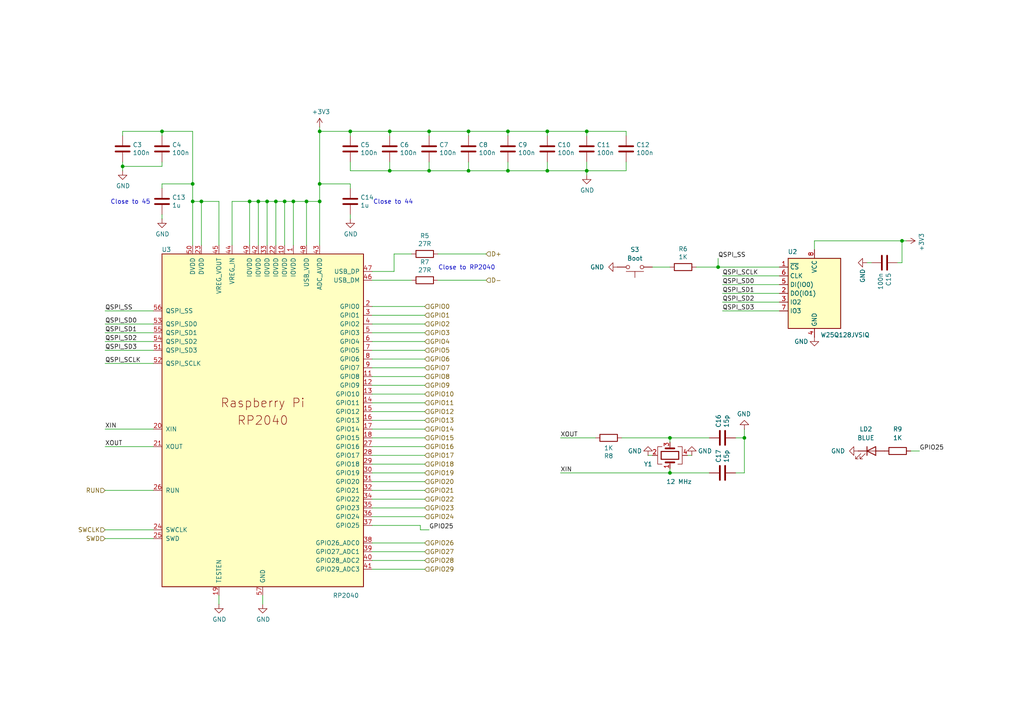
<source format=kicad_sch>
(kicad_sch (version 20250114) (generator "eeschema") (generator_version "9.0")
  (paper "A4")
  (title_block (title "Protea") (date "2025-04-03") (rev "2.04") (company "Mikhail Matveev") (comment 1 "https://github.com/xtremespb/frank"))
  (lib_symbols
    (symbol "+3V3_1" (power) (pin_numbers (hide yes)) (pin_names (offset 0) (hide yes))
      (property "Value" "+3V3" (at 0 3.556 0))
      (symbol "+3V3_1_0_1"
        (polyline (pts (xy -0.762 1.27) (xy 0 2.54)))
        (polyline (pts (xy 0 2.54) (xy 0.762 1.27)))
        (polyline (pts (xy 0 0) (xy 0 2.54)))
      )
      (symbol "+3V3_1_1_1"
        (pin power_in line (at 0 0 90) (length 0) (name "~") (number "1"))
      )
    )
    (symbol "Device:C" (pin_numbers (hide yes)) (pin_names (offset 0.254))
      (property "Reference" "C" (at 0.635 2.54 0))
      (property "Value" "C" (at 0.635 -2.54 0))
      (symbol "C_0_1"
        (polyline (pts (xy -2.032 0.762) (xy 2.032 0.762)) (stroke (width 0.508)))
        (polyline (pts (xy -2.032 -0.762) (xy 2.032 -0.762)) (stroke (width 0.508)))
      )
      (symbol "C_1_1"
        (pin passive line (at 0 3.81 270) (length 2.794) (name "~") (number "1"))
        (pin passive line (at 0 -3.81 90) (length 2.794) (name "~") (number "2"))
      )
    )
    (symbol "Device:Crystal_GND24" (pin_names (offset 1.016) (hide yes))
      (property "Reference" "Y" (at 3.175 5.08 0))
      (property "Value" "Crystal_GND24" (at 3.175 3.175 0))
      (symbol "Crystal_GND24_0_1"
        (polyline (pts (xy -2.54 2.286) (xy -2.54 3.556) (xy 2.54 3.556) (xy 2.54 2.286)))
        (polyline (pts (xy -2.54 0) (xy -2.032 0)))
        (polyline (pts (xy -2.54 -2.286) (xy -2.54 -3.556) (xy 2.54 -3.556) (xy 2.54 -2.286)))
        (polyline (pts (xy -2.032 -1.27) (xy -2.032 1.27)) (stroke (width 0.508)))
        (rectangle (start -1.143 2.54) (end 1.143 -2.54) (stroke (width 0.3048)))
        (polyline (pts (xy 0 3.556) (xy 0 3.81)))
        (polyline (pts (xy 0 -3.81) (xy 0 -3.556)))
        (polyline (pts (xy 2.032 0) (xy 2.54 0)))
        (polyline (pts (xy 2.032 -1.27) (xy 2.032 1.27)) (stroke (width 0.508)))
      )
      (symbol "Crystal_GND24_1_1"
        (pin passive line (at -3.81 0 0) (length 1.27) (name "1") (number "1"))
        (pin passive line (at 0 5.08 270) (length 1.27) (name "2") (number "2"))
        (pin passive line (at 0 -5.08 90) (length 1.27) (name "4") (number "4"))
        (pin passive line (at 3.81 0 180) (length 1.27) (name "3") (number "3"))
      )
    )
    (symbol "Device:LED" (pin_numbers (hide yes)) (pin_names (offset 1.016) (hide yes))
      (property "Reference" "D" (at 0 2.54 0))
      (property "Value" "LED" (at 0 -2.54 0))
      (symbol "LED_0_1"
        (polyline (pts (xy -3.048 -0.762) (xy -4.572 -2.286) (xy -3.81 -2.286) (xy -4.572 -2.286) (xy -4.572 -1.524)))
        (polyline (pts (xy -1.778 -0.762) (xy -3.302 -2.286) (xy -2.54 -2.286) (xy -3.302 -2.286) (xy -3.302 -1.524)))
        (polyline (pts (xy -1.27 0) (xy 1.27 0)))
        (polyline (pts (xy -1.27 -1.27) (xy -1.27 1.27)) (stroke (width 0.254)))
        (polyline (pts (xy 1.27 -1.27) (xy 1.27 1.27) (xy -1.27 0) (xy 1.27 -1.27)) (stroke (width 0.254)))
      )
      (symbol "LED_1_1"
        (pin passive line (at -3.81 0 0) (length 2.54) (name "K") (number "1"))
        (pin passive line (at 3.81 0 180) (length 2.54) (name "A") (number "2"))
      )
    )
    (symbol "Device:R" (pin_numbers (hide yes)) (pin_names (offset 0))
      (property "Reference" "R" (at 2.032 0 90))
      (property "Value" "R" (at 0 0 90))
      (symbol "R_0_1"
        (rectangle (start -1.016 -2.54) (end 1.016 2.54) (stroke (width 0.254)))
      )
      (symbol "R_1_1"
        (pin passive line (at 0 3.81 270) (length 1.27) (name "~") (number "1"))
        (pin passive line (at 0 -3.81 90) (length 1.27) (name "~") (number "2"))
      )
    )
    (symbol "FRANK:Flash_W25Q128JVS"
      (property "Reference" "FL1" (at -6.35 12.065 0))
      (property "Value" "W25Q128JVSIQ" (at 8.89 -12.065 0))
      (symbol "Flash_W25Q128JVS_0_1"
        (rectangle (start -7.62 10.16) (end 7.62 -10.16) (stroke (width 0.254)) (fill (type background)))
      )
      (symbol "Flash_W25Q128JVS_1_1"
        (pin input line (at -10.16 7.62 0) (length 2.54) (name "~{CS}") (number "1"))
        (pin input line (at -10.16 5.08 0) (length 2.54) (name "CLK") (number "6"))
        (pin bidirectional line (at -10.16 2.54 0) (length 2.54) (name "DI(IO0)") (number "5"))
        (pin bidirectional line (at -10.16 0 0) (length 2.54) (name "DO(IO1)") (number "2"))
        (pin bidirectional line (at -10.16 -2.54 0) (length 2.54) (name "IO2") (number "3"))
        (pin bidirectional line (at -10.16 -5.08 0) (length 2.54) (name "IO3") (number "7"))
        (pin power_in line (at 0 12.7 270) (length 2.54) (name "VCC") (number "8"))
        (pin power_in line (at 0 -12.7 90) (length 2.54) (name "GND") (number "4"))
      )
    )
    (symbol "FRANK:RP2040" (pin_names (offset 1.016))
      (property "Reference" "RP1" (at -27.94 49.53 0))
      (property "Value" "RP2040" (at 24.13 -50.8 0))
      (symbol "RP2040_0_0"
        (text "Raspberry Pi" (at 0 5.08 0) (effects (font (size 2.54 2.54))))
        (text "RP2040" (at 0 0 0) (effects (font (size 2.54 2.54))))
      )
      (symbol "RP2040_0_1"
        (rectangle (start 29.21 48.26) (end -29.21 -48.26) (stroke (width 0.254)) (fill (type background)))
      )
      (symbol "RP2040_1_1"
        (pin bidirectional line (at -31.75 31.75 0) (length 2.54) (name "QSPI_SS") (number "56"))
        (pin bidirectional line (at -31.75 27.94 0) (length 2.54) (name "QSPI_SD0") (number "53"))
        (pin bidirectional line (at -31.75 25.4 0) (length 2.54) (name "QSPI_SD1") (number "55"))
        (pin bidirectional line (at -31.75 22.86 0) (length 2.54) (name "QSPI_SD2") (number "54"))
        (pin bidirectional line (at -31.75 20.32 0) (length 2.54) (name "QSPI_SD3") (number "51"))
        (pin output line (at -31.75 16.51 0) (length 2.54) (name "QSPI_SCLK") (number "52"))
        (pin input line (at -31.75 -2.54 0) (length 2.54) (name "XIN") (number "20"))
        (pin passive line (at -31.75 -7.62 0) (length 2.54) (name "XOUT") (number "21"))
        (pin input line (at -31.75 -20.32 0) (length 2.54) (name "RUN") (number "26"))
        (pin output line (at -31.75 -31.75 0) (length 2.54) (name "SWCLK") (number "24"))
        (pin bidirectional line (at -31.75 -34.29 0) (length 2.54) (name "SWD") (number "25"))
        (pin power_in line (at -20.32 50.8 270) (length 2.54) (name "DVDD") (number "50"))
        (pin power_in line (at -17.78 50.8 270) (length 2.54) (name "DVDD") (number "23"))
        (pin power_out line (at -12.7 50.8 270) (length 2.54) (name "VREG_VOUT") (number "45"))
        (pin passive line (at -12.7 -50.8 90) (length 2.54) (name "TESTEN") (number "19"))
        (pin power_in line (at -8.89 50.8 270) (length 2.54) (name "VREG_IN") (number "44"))
        (pin power_in line (at -3.81 50.8 270) (length 2.54) (name "IOVDD") (number "49"))
        (pin power_in line (at -1.27 50.8 270) (length 2.54) (name "IOVDD") (number "42"))
        (pin power_in line (at 0 -50.8 90) (length 2.54) (name "GND") (number "57"))
        (pin power_in line (at 1.27 50.8 270) (length 2.54) (name "IOVDD") (number "33"))
        (pin power_in line (at 3.81 50.8 270) (length 2.54) (name "IOVDD") (number "22"))
        (pin power_in line (at 6.35 50.8 270) (length 2.54) (name "IOVDD") (number "10"))
        (pin power_in line (at 8.89 50.8 270) (length 2.54) (name "IOVDD") (number "1"))
        (pin power_in line (at 12.7 50.8 270) (length 2.54) (name "USB_VDD") (number "48"))
        (pin power_in line (at 16.51 50.8 270) (length 2.54) (name "ADC_AVDD") (number "43"))
        (pin bidirectional line (at 31.75 43.18 180) (length 2.54) (name "USB_DP") (number "47"))
        (pin bidirectional line (at 31.75 40.64 180) (length 2.54) (name "USB_DM") (number "46"))
        (pin bidirectional line (at 31.75 33.02 180) (length 2.54) (name "GPIO0") (number "2"))
        (pin bidirectional line (at 31.75 30.48 180) (length 2.54) (name "GPIO1") (number "3"))
        (pin bidirectional line (at 31.75 27.94 180) (length 2.54) (name "GPIO2") (number "4"))
        (pin bidirectional line (at 31.75 25.4 180) (length 2.54) (name "GPIO3") (number "5"))
        (pin bidirectional line (at 31.75 22.86 180) (length 2.54) (name "GPIO4") (number "6"))
        (pin bidirectional line (at 31.75 20.32 180) (length 2.54) (name "GPIO5") (number "7"))
        (pin bidirectional line (at 31.75 17.78 180) (length 2.54) (name "GPIO6") (number "8"))
        (pin bidirectional line (at 31.75 15.24 180) (length 2.54) (name "GPIO7") (number "9"))
        (pin bidirectional line (at 31.75 12.7 180) (length 2.54) (name "GPIO8") (number "11"))
        (pin bidirectional line (at 31.75 10.16 180) (length 2.54) (name "GPIO9") (number "12"))
        (pin bidirectional line (at 31.75 7.62 180) (length 2.54) (name "GPIO10") (number "13"))
        (pin bidirectional line (at 31.75 5.08 180) (length 2.54) (name "GPIO11") (number "14"))
        (pin bidirectional line (at 31.75 2.54 180) (length 2.54) (name "GPIO12") (number "15"))
        (pin bidirectional line (at 31.75 0 180) (length 2.54) (name "GPIO13") (number "16"))
        (pin bidirectional line (at 31.75 -2.54 180) (length 2.54) (name "GPIO14") (number "17"))
        (pin bidirectional line (at 31.75 -5.08 180) (length 2.54) (name "GPIO15") (number "18"))
        (pin bidirectional line (at 31.75 -7.62 180) (length 2.54) (name "GPIO16") (number "27"))
        (pin bidirectional line (at 31.75 -10.16 180) (length 2.54) (name "GPIO17") (number "28"))
        (pin bidirectional line (at 31.75 -12.7 180) (length 2.54) (name "GPIO18") (number "29"))
        (pin bidirectional line (at 31.75 -15.24 180) (length 2.54) (name "GPIO19") (number "30"))
        (pin bidirectional line (at 31.75 -17.78 180) (length 2.54) (name "GPIO20") (number "31"))
        (pin bidirectional line (at 31.75 -20.32 180) (length 2.54) (name "GPIO21") (number "32"))
        (pin bidirectional line (at 31.75 -22.86 180) (length 2.54) (name "GPIO22") (number "34"))
        (pin bidirectional line (at 31.75 -25.4 180) (length 2.54) (name "GPIO23") (number "35"))
        (pin bidirectional line (at 31.75 -27.94 180) (length 2.54) (name "GPIO24") (number "36"))
        (pin bidirectional line (at 31.75 -30.48 180) (length 2.54) (name "GPIO25") (number "37"))
        (pin bidirectional line (at 31.75 -35.56 180) (length 2.54) (name "GPIO26_ADC0") (number "38"))
        (pin bidirectional line (at 31.75 -38.1 180) (length 2.54) (name "GPIO27_ADC1") (number "39"))
        (pin bidirectional line (at 31.75 -40.64 180) (length 2.54) (name "GPIO28_ADC2") (number "40"))
        (pin bidirectional line (at 31.75 -43.18 180) (length 2.54) (name "GPIO29_ADC3") (number "41"))
      )
    )
    (symbol "GND_10" (power) (pin_numbers (hide yes)) (pin_names (offset 0) (hide yes))
      (property "Value" "GND" (at 0 -3.81 0))
      (symbol "GND_10_0_1"
        (polyline (pts (xy 0 0) (xy 0 -1.27) (xy 1.27 -1.27) (xy 0 -2.54) (xy -1.27 -1.27) (xy 0 -1.27)))
      )
      (symbol "GND_10_1_1"
        (pin power_in line (at 0 0 270) (length 0) (name "~") (number "1"))
      )
    )
    (symbol "GND_11" (power) (pin_numbers (hide yes)) (pin_names (offset 0) (hide yes))
      (property "Value" "GND" (at 0 -3.81 0))
      (symbol "GND_11_0_1"
        (polyline (pts (xy 0 0) (xy 0 -1.27) (xy 1.27 -1.27) (xy 0 -2.54) (xy -1.27 -1.27) (xy 0 -1.27)))
      )
      (symbol "GND_11_1_1"
        (pin power_in line (at 0 0 270) (length 0) (name "~") (number "1"))
      )
    )
    (symbol "GND_12" (power) (pin_numbers (hide yes)) (pin_names (offset 0) (hide yes))
      (property "Value" "GND" (at 0 -3.81 0))
      (symbol "GND_12_0_1"
        (polyline (pts (xy 0 0) (xy 0 -1.27) (xy 1.27 -1.27) (xy 0 -2.54) (xy -1.27 -1.27) (xy 0 -1.27)))
      )
      (symbol "GND_12_1_1"
        (pin power_in line (at 0 0 270) (length 0) (name "~") (number "1"))
      )
    )
    (symbol "GND_2" (power) (pin_numbers (hide yes)) (pin_names (offset 0) (hide yes))
      (property "Value" "GND" (at 0 -3.81 0))
      (symbol "GND_2_0_1"
        (polyline (pts (xy 0 0) (xy 0 -1.27) (xy 1.27 -1.27) (xy 0 -2.54) (xy -1.27 -1.27) (xy 0 -1.27)))
      )
      (symbol "GND_2_1_1"
        (pin power_in line (at 0 0 270) (length 0) (name "~") (number "1"))
      )
    )
    (symbol "GND_3" (power) (pin_numbers (hide yes)) (pin_names (offset 0) (hide yes))
      (property "Value" "GND" (at 0 -3.81 0))
      (symbol "GND_3_0_1"
        (polyline (pts (xy 0 0) (xy 0 -1.27) (xy 1.27 -1.27) (xy 0 -2.54) (xy -1.27 -1.27) (xy 0 -1.27)))
      )
      (symbol "GND_3_1_1"
        (pin power_in line (at 0 0 270) (length 0) (name "~") (number "1"))
      )
    )
    (symbol "GND_4" (power) (pin_numbers (hide yes)) (pin_names (offset 0) (hide yes))
      (property "Value" "GND" (at 0 -3.81 0))
      (symbol "GND_4_0_1"
        (polyline (pts (xy 0 0) (xy 0 -1.27) (xy 1.27 -1.27) (xy 0 -2.54) (xy -1.27 -1.27) (xy 0 -1.27)))
      )
      (symbol "GND_4_1_1"
        (pin power_in line (at 0 0 270) (length 0) (name "~") (number "1"))
      )
    )
    (symbol "GND_5" (power) (pin_numbers (hide yes)) (pin_names (offset 0) (hide yes))
      (property "Value" "GND" (at 0 -3.81 0))
      (symbol "GND_5_0_1"
        (polyline (pts (xy 0 0) (xy 0 -1.27) (xy 1.27 -1.27) (xy 0 -2.54) (xy -1.27 -1.27) (xy 0 -1.27)))
      )
      (symbol "GND_5_1_1"
        (pin power_in line (at 0 0 270) (length 0) (name "~") (number "1"))
      )
    )
    (symbol "GND_6" (power) (pin_numbers (hide yes)) (pin_names (offset 0) (hide yes))
      (property "Value" "GND" (at 0 -3.81 0))
      (symbol "GND_6_0_1"
        (polyline (pts (xy 0 0) (xy 0 -1.27) (xy 1.27 -1.27) (xy 0 -2.54) (xy -1.27 -1.27) (xy 0 -1.27)))
      )
      (symbol "GND_6_1_1"
        (pin power_in line (at 0 0 270) (length 0) (name "~") (number "1"))
      )
    )
    (symbol "GND_7" (power) (pin_numbers (hide yes)) (pin_names (offset 0) (hide yes))
      (property "Value" "GND" (at 0 -3.81 0))
      (symbol "GND_7_0_1"
        (polyline (pts (xy 0 0) (xy 0 -1.27) (xy 1.27 -1.27) (xy 0 -2.54) (xy -1.27 -1.27) (xy 0 -1.27)))
      )
      (symbol "GND_7_1_1"
        (pin power_in line (at 0 0 270) (length 0) (name "~") (number "1"))
      )
    )
    (symbol "GND_8" (power) (pin_numbers (hide yes)) (pin_names (offset 0) (hide yes))
      (property "Value" "GND" (at 0 -3.81 0))
      (symbol "GND_8_0_1"
        (polyline (pts (xy 0 0) (xy 0 -1.27) (xy 1.27 -1.27) (xy 0 -2.54) (xy -1.27 -1.27) (xy 0 -1.27)))
      )
      (symbol "GND_8_1_1"
        (pin power_in line (at 0 0 270) (length 0) (name "~") (number "1"))
      )
    )
    (symbol "GND_9" (power) (pin_numbers (hide yes)) (pin_names (offset 0) (hide yes))
      (property "Value" "GND" (at 0 -3.81 0))
      (symbol "GND_9_0_1"
        (polyline (pts (xy 0 0) (xy 0 -1.27) (xy 1.27 -1.27) (xy 0 -2.54) (xy -1.27 -1.27) (xy 0 -1.27)))
      )
      (symbol "GND_9_1_1"
        (pin power_in line (at 0 0 270) (length 0) (name "~") (number "1"))
      )
    )
    (symbol "Switch:SW_Push" (pin_numbers (hide yes)) (pin_names (offset 1.016) (hide yes))
      (property "Reference" "SW" (at 1.27 2.54 0))
      (property "Value" "SW_Push" (at 0 -1.524 0))
      (symbol "SW_Push_0_1"
        (circle (center -2.032 0) (radius 0.508))
        (polyline (pts (xy 0 1.27) (xy 0 3.048)))
        (circle (center 2.032 0) (radius 0.508))
        (polyline (pts (xy 2.54 1.27) (xy -2.54 1.27)))
        (pin passive line (at -5.08 0 0) (length 2.54) (name "1") (number "1"))
        (pin passive line (at 5.08 0 180) (length 2.54) (name "2") (number "2"))
      )
    )
    (symbol "power:+3V3" (power) (pin_numbers (hide yes)) (pin_names (offset 0) (hide yes))
      (property "Value" "+3V3" (at 0 3.556 0))
      (symbol "+3V3_0_1"
        (polyline (pts (xy -0.762 1.27) (xy 0 2.54)))
        (polyline (pts (xy 0 2.54) (xy 0.762 1.27)))
        (polyline (pts (xy 0 0) (xy 0 2.54)))
      )
      (symbol "+3V3_1_1"
        (pin power_in line (at 0 0 90) (length 0) (name "~") (number "1"))
      )
    )
    (symbol "power:GND" (power) (pin_numbers (hide yes)) (pin_names (offset 0) (hide yes))
      (property "Value" "GND" (at 0 -3.81 0))
      (symbol "GND_0_1"
        (polyline (pts (xy 0 0) (xy 0 -1.27) (xy 1.27 -1.27) (xy 0 -2.54) (xy -1.27 -1.27) (xy 0 -1.27)))
      )
      (symbol "GND_1_1"
        (pin power_in line (at 0 0 270) (length 0) (name "~") (number "1"))
      )
    )
  )
  (text "Close to 44" (at 114.046 58.674 0) (effects (font (size 1.27 1.27))))
  (text "Close to RP2040" (at 135.382 77.724 0) (effects (font (size 1.27 1.27))))
  (text "Close to 45" (at 37.846 58.674 0) (effects (font (size 1.27 1.27))))
  (junction (at 58.42 58.42))
  (junction (at 215.9 127))
  (junction (at 113.03 49.53))
  (junction (at 88.9 58.42))
  (junction (at 101.6 38.1))
  (junction (at 158.75 49.53))
  (junction (at 72.39 58.42))
  (junction (at 170.18 38.1))
  (junction (at 82.55 58.42))
  (junction (at 92.71 53.34))
  (junction (at 170.18 49.53))
  (junction (at 35.56 48.26))
  (junction (at 147.32 49.53))
  (junction (at 80.01 58.42))
  (junction (at 135.89 38.1))
  (junction (at 55.88 53.34))
  (junction (at 113.03 38.1))
  (junction (at 46.99 38.1))
  (junction (at 208.28 77.47))
  (junction (at 135.89 49.53))
  (junction (at 92.71 38.1))
  (junction (at 85.09 58.42))
  (junction (at 74.93 58.42))
  (junction (at 194.31 127))
  (junction (at 158.75 38.1))
  (junction (at 124.46 38.1))
  (junction (at 92.71 58.42))
  (junction (at 55.88 58.42))
  (junction (at 77.47 58.42))
  (junction (at 261.62 69.85))
  (junction (at 194.31 137.16))
  (junction (at 124.46 49.53))
  (junction (at 147.32 38.1))
  (wire (pts (xy 58.42 58.42) (xy 55.88 58.42)))
  (wire (pts (xy 226.06 82.55) (xy 209.55 82.55)))
  (wire (pts (xy 127 73.66) (xy 140.97 73.66)))
  (wire (pts (xy 107.95 104.14) (xy 123.19 104.14)))
  (wire (pts (xy 121.92 152.4) (xy 107.95 152.4)))
  (wire (pts (xy 46.99 48.26) (xy 46.99 46.99)))
  (wire (pts (xy 170.18 46.99) (xy 170.18 49.53)))
  (wire (pts (xy 114.3 73.66) (xy 114.3 78.74)))
  (wire (pts (xy 82.55 58.42) (xy 85.09 58.42)))
  (wire (pts (xy 158.75 39.37) (xy 158.75 38.1)))
  (wire (pts (xy 92.71 38.1) (xy 101.6 38.1)))
  (wire (pts (xy 101.6 46.99) (xy 101.6 49.53)))
  (wire (pts (xy 101.6 39.37) (xy 101.6 38.1)))
  (wire (pts (xy 67.31 58.42) (xy 72.39 58.42)))
  (wire (pts (xy 215.9 137.16) (xy 215.9 127)))
  (wire (pts (xy 252.73 76.2) (xy 251.46 76.2)))
  (wire (pts (xy 181.61 39.37) (xy 181.61 38.1)))
  (wire (pts (xy 107.95 142.24) (xy 123.19 142.24)))
  (wire (pts (xy 107.95 160.02) (xy 123.19 160.02)))
  (wire (pts (xy 113.03 39.37) (xy 113.03 38.1)))
  (wire (pts (xy 260.35 76.2) (xy 261.62 76.2)))
  (wire (pts (xy 101.6 62.23) (xy 101.6 63.5)))
  (wire (pts (xy 80.01 58.42) (xy 82.55 58.42)))
  (wire (pts (xy 205.74 137.16) (xy 194.31 137.16)))
  (wire (pts (xy 92.71 58.42) (xy 92.71 71.12)))
  (wire (pts (xy 63.5 71.12) (xy 63.5 58.42)))
  (wire (pts (xy 30.48 99.06) (xy 44.45 99.06)))
  (wire (pts (xy 107.95 165.1) (xy 123.19 165.1)))
  (wire (pts (xy 113.03 46.99) (xy 113.03 49.53)))
  (wire (pts (xy 236.22 69.85) (xy 261.62 69.85)))
  (wire (pts (xy 46.99 39.37) (xy 46.99 38.1)))
  (wire (pts (xy 208.28 77.47) (xy 226.06 77.47)))
  (wire (pts (xy 107.95 127) (xy 123.19 127)))
  (wire (pts (xy 189.23 77.47) (xy 194.31 77.47)))
  (wire (pts (xy 30.48 124.46) (xy 44.45 124.46)))
  (wire (pts (xy 107.95 96.52) (xy 123.19 96.52)))
  (wire (pts (xy 181.61 46.99) (xy 181.61 49.53)))
  (wire (pts (xy 213.36 137.16) (xy 215.9 137.16)))
  (wire (pts (xy 46.99 62.23) (xy 46.99 63.5)))
  (wire (pts (xy 107.95 101.6) (xy 123.19 101.6)))
  (wire (pts (xy 46.99 54.61) (xy 46.99 53.34)))
  (wire (pts (xy 92.71 53.34) (xy 92.71 58.42)))
  (wire (pts (xy 92.71 38.1) (xy 92.71 53.34)))
  (wire (pts (xy 127 81.28) (xy 140.97 81.28)))
  (wire (pts (xy 101.6 54.61) (xy 101.6 53.34)))
  (wire (pts (xy 88.9 71.12) (xy 88.9 58.42)))
  (wire (pts (xy 158.75 46.99) (xy 158.75 49.53)))
  (wire (pts (xy 55.88 53.34) (xy 55.88 58.42)))
  (wire (pts (xy 44.45 153.67) (xy 30.48 153.67)))
  (wire (pts (xy 107.95 124.46) (xy 123.19 124.46)))
  (wire (pts (xy 205.74 127) (xy 194.31 127)))
  (wire (pts (xy 107.95 139.7) (xy 123.19 139.7)))
  (wire (pts (xy 147.32 49.53) (xy 135.89 49.53)))
  (wire (pts (xy 72.39 58.42) (xy 74.93 58.42)))
  (wire (pts (xy 226.06 90.17) (xy 209.55 90.17)))
  (wire (pts (xy 101.6 38.1) (xy 113.03 38.1)))
  (wire (pts (xy 200.66 132.08) (xy 199.39 132.08)))
  (wire (pts (xy 209.55 80.01) (xy 226.06 80.01)))
  (wire (pts (xy 107.95 162.56) (xy 123.19 162.56)))
  (wire (pts (xy 67.31 71.12) (xy 67.31 58.42)))
  (wire (pts (xy 88.9 58.42) (xy 92.71 58.42)))
  (wire (pts (xy 46.99 53.34) (xy 55.88 53.34)))
  (wire (pts (xy 201.93 77.47) (xy 208.28 77.47)))
  (wire (pts (xy 35.56 46.99) (xy 35.56 48.26)))
  (wire (pts (xy 135.89 38.1) (xy 147.32 38.1)))
  (wire (pts (xy 107.95 99.06) (xy 123.19 99.06)))
  (wire (pts (xy 107.95 114.3) (xy 123.19 114.3)))
  (wire (pts (xy 147.32 38.1) (xy 158.75 38.1)))
  (wire (pts (xy 194.31 128.27) (xy 194.31 127)))
  (wire (pts (xy 55.88 38.1) (xy 55.88 53.34)))
  (wire (pts (xy 226.06 85.09) (xy 209.55 85.09)))
  (wire (pts (xy 236.22 72.39) (xy 236.22 69.85)))
  (wire (pts (xy 170.18 38.1) (xy 181.61 38.1)))
  (wire (pts (xy 213.36 127) (xy 215.9 127)))
  (wire (pts (xy 194.31 135.89) (xy 194.31 137.16)))
  (wire (pts (xy 114.3 73.66) (xy 119.38 73.66)))
  (wire (pts (xy 30.48 101.6) (xy 44.45 101.6)))
  (wire (pts (xy 107.95 147.32) (xy 123.19 147.32)))
  (wire (pts (xy 107.95 129.54) (xy 123.19 129.54)))
  (wire (pts (xy 80.01 71.12) (xy 80.01 58.42)))
  (wire (pts (xy 147.32 46.99) (xy 147.32 49.53)))
  (wire (pts (xy 72.39 71.12) (xy 72.39 58.42)))
  (wire (pts (xy 30.48 93.98) (xy 44.45 93.98)))
  (wire (pts (xy 30.48 90.17) (xy 44.45 90.17)))
  (wire (pts (xy 107.95 106.68) (xy 123.19 106.68)))
  (wire (pts (xy 194.31 137.16) (xy 162.56 137.16)))
  (wire (pts (xy 158.75 38.1) (xy 170.18 38.1)))
  (wire (pts (xy 113.03 38.1) (xy 124.46 38.1)))
  (wire (pts (xy 63.5 172.72) (xy 63.5 175.26)))
  (wire (pts (xy 107.95 132.08) (xy 123.19 132.08)))
  (wire (pts (xy 264.16 130.81) (xy 266.7 130.81)))
  (wire (pts (xy 172.72 127) (xy 162.56 127)))
  (wire (pts (xy 107.95 116.84) (xy 123.19 116.84)))
  (wire (pts (xy 107.95 78.74) (xy 114.3 78.74)))
  (wire (pts (xy 124.46 46.99) (xy 124.46 49.53)))
  (wire (pts (xy 262.89 69.85) (xy 261.62 69.85)))
  (wire (pts (xy 147.32 39.37) (xy 147.32 38.1)))
  (wire (pts (xy 194.31 127) (xy 180.34 127)))
  (wire (pts (xy 107.95 81.28) (xy 119.38 81.28)))
  (wire (pts (xy 35.56 48.26) (xy 46.99 48.26)))
  (wire (pts (xy 124.46 39.37) (xy 124.46 38.1)))
  (wire (pts (xy 30.48 129.54) (xy 44.45 129.54)))
  (wire (pts (xy 107.95 91.44) (xy 123.19 91.44)))
  (wire (pts (xy 158.75 49.53) (xy 147.32 49.53)))
  (wire (pts (xy 92.71 53.34) (xy 101.6 53.34)))
  (wire (pts (xy 215.9 127) (xy 215.9 124.46)))
  (wire (pts (xy 170.18 49.53) (xy 181.61 49.53)))
  (wire (pts (xy 55.88 58.42) (xy 55.88 71.12)))
  (wire (pts (xy 44.45 142.24) (xy 30.48 142.24)))
  (wire (pts (xy 44.45 156.21) (xy 30.48 156.21)))
  (wire (pts (xy 170.18 39.37) (xy 170.18 38.1)))
  (wire (pts (xy 85.09 58.42) (xy 88.9 58.42)))
  (wire (pts (xy 121.92 153.67) (xy 124.46 153.67)))
  (wire (pts (xy 107.95 119.38) (xy 123.19 119.38)))
  (wire (pts (xy 135.89 46.99) (xy 135.89 49.53)))
  (wire (pts (xy 113.03 49.53) (xy 101.6 49.53)))
  (wire (pts (xy 63.5 58.42) (xy 58.42 58.42)))
  (wire (pts (xy 135.89 39.37) (xy 135.89 38.1)))
  (wire (pts (xy 226.06 87.63) (xy 209.55 87.63)))
  (wire (pts (xy 124.46 38.1) (xy 135.89 38.1)))
  (wire (pts (xy 107.95 93.98) (xy 123.19 93.98)))
  (wire (pts (xy 135.89 49.53) (xy 124.46 49.53)))
  (wire (pts (xy 92.71 36.83) (xy 92.71 38.1)))
  (wire (pts (xy 121.92 153.67) (xy 121.92 152.4)))
  (wire (pts (xy 189.23 132.08) (xy 187.96 132.08)))
  (wire (pts (xy 107.95 121.92) (xy 123.19 121.92)))
  (wire (pts (xy 208.28 74.93) (xy 208.28 77.47)))
  (wire (pts (xy 124.46 49.53) (xy 113.03 49.53)))
  (wire (pts (xy 77.47 58.42) (xy 80.01 58.42)))
  (wire (pts (xy 46.99 38.1) (xy 55.88 38.1)))
  (wire (pts (xy 107.95 111.76) (xy 123.19 111.76)))
  (wire (pts (xy 85.09 58.42) (xy 85.09 71.12)))
  (wire (pts (xy 107.95 137.16) (xy 123.19 137.16)))
  (wire (pts (xy 35.56 38.1) (xy 46.99 38.1)))
  (wire (pts (xy 35.56 39.37) (xy 35.56 38.1)))
  (wire (pts (xy 35.56 48.26) (xy 35.56 49.53)))
  (wire (pts (xy 30.48 105.41) (xy 44.45 105.41)))
  (wire (pts (xy 158.75 49.53) (xy 170.18 49.53)))
  (wire (pts (xy 74.93 71.12) (xy 74.93 58.42)))
  (wire (pts (xy 76.2 172.72) (xy 76.2 175.26)))
  (wire (pts (xy 74.93 58.42) (xy 77.47 58.42)))
  (wire (pts (xy 170.18 49.53) (xy 170.18 50.8)))
  (wire (pts (xy 107.95 134.62) (xy 123.19 134.62)))
  (wire (pts (xy 30.48 96.52) (xy 44.45 96.52)))
  (wire (pts (xy 107.95 109.22) (xy 123.19 109.22)))
  (wire (pts (xy 77.47 71.12) (xy 77.47 58.42)))
  (wire (pts (xy 58.42 71.12) (xy 58.42 58.42)))
  (wire (pts (xy 107.95 157.48) (xy 123.19 157.48)))
  (wire (pts (xy 107.95 149.86) (xy 123.19 149.86)))
  (wire (pts (xy 261.62 76.2) (xy 261.62 69.85)))
  (wire (pts (xy 107.95 88.9) (xy 123.19 88.9)))
  (wire (pts (xy 82.55 71.12) (xy 82.55 58.42)))
  (wire (pts (xy 107.95 144.78) (xy 123.19 144.78)))
  (label "QSPI_SD2" (at 209.55 87.63 0))
  (label "QSPI_SCLK" (at 30.48 105.41 0))
  (label "QSPI_SD0" (at 30.48 93.98 0))
  (label "QSPI_SS" (at 208.28 74.93 0))
  (label "XIN" (at 30.48 124.46 0))
  (label "QSPI_SCLK" (at 209.55 80.01 0))
  (label "QSPI_SD1" (at 30.48 96.52 0))
  (label "QSPI_SD3" (at 30.48 101.6 0))
  (label "GPIO25" (at 266.7 130.81 0))
  (label "XIN" (at 162.56 137.16 0))
  (label "GPIO25" (at 124.46 153.67 0))
  (label "QSPI_SD0" (at 209.55 82.55 0))
  (label "XOUT" (at 162.56 127 0))
  (label "XOUT" (at 30.48 129.54 0))
  (label "QSPI_SD1" (at 209.55 85.09 0))
  (label "QSPI_SD3" (at 209.55 90.17 0))
  (label "QSPI_SD2" (at 30.48 99.06 0))
  (label "QSPI_SS" (at 30.48 90.17 0))
  (hierarchical_label "GPIO18" (shape input) (at 123.19 134.62 0))
  (hierarchical_label "GPIO29" (shape input) (at 123.19 165.1 0))
  (hierarchical_label "GPIO3" (shape input) (at 123.19 96.52 0))
  (hierarchical_label "GPIO15" (shape input) (at 123.19 127 0))
  (hierarchical_label "GPIO21" (shape input) (at 123.19 142.24 0))
  (hierarchical_label "GPIO16" (shape input) (at 123.19 129.54 0))
  (hierarchical_label "GPIO1" (shape input) (at 123.19 91.44 0))
  (hierarchical_label "D-" (shape input) (at 140.97 81.28 0))
  (hierarchical_label "GPIO11" (shape input) (at 123.19 116.84 0))
  (hierarchical_label "GPIO27" (shape input) (at 123.19 160.02 0))
  (hierarchical_label "D+" (shape input) (at 140.97 73.66 0))
  (hierarchical_label "GPIO20" (shape input) (at 123.19 139.7 0))
  (hierarchical_label "GPIO14" (shape input) (at 123.19 124.46 0))
  (hierarchical_label "GPIO8" (shape input) (at 123.19 109.22 0))
  (hierarchical_label "GPIO26" (shape input) (at 123.19 157.48 0))
  (hierarchical_label "GPIO22" (shape input) (at 123.19 144.78 0))
  (hierarchical_label "GPIO4" (shape input) (at 123.19 99.06 0))
  (hierarchical_label "GPIO7" (shape input) (at 123.19 106.68 0))
  (hierarchical_label "GPIO10" (shape input) (at 123.19 114.3 0))
  (hierarchical_label "SWD" (shape input) (at 30.48 156.21 180))
  (hierarchical_label "GPIO28" (shape input) (at 123.19 162.56 0))
  (hierarchical_label "RUN" (shape input) (at 30.48 142.24 180))
  (hierarchical_label "GPIO23" (shape input) (at 123.19 147.32 0))
  (hierarchical_label "GPIO0" (shape input) (at 123.19 88.9 0))
  (hierarchical_label "GPIO5" (shape input) (at 123.19 101.6 0))
  (hierarchical_label "SWCLK" (shape input) (at 30.48 153.67 180))
  (hierarchical_label "GPIO13" (shape input) (at 123.19 121.92 0))
  (hierarchical_label "GPIO6" (shape input) (at 123.19 104.14 0))
  (hierarchical_label "GPIO2" (shape input) (at 123.19 93.98 0))
  (hierarchical_label "GPIO17" (shape input) (at 123.19 132.08 0))
  (hierarchical_label "GPIO12" (shape input) (at 123.19 119.38 0))
  (hierarchical_label "GPIO9" (shape input) (at 123.19 111.76 0))
  (hierarchical_label "GPIO24" (shape input) (at 123.19 149.86 0))
  (hierarchical_label "GPIO19" (shape input) (at 123.19 137.16 0))
  (symbol (lib_id "Device:C") (at 46.99 43.18 0) (unit 1)
    (property "Reference" "C4" (at 49.911 42.0116 0) (effects (justify left)))
    (property "Value" "100n" (at 49.911 44.323 0) (effects (justify left)))
    (property "Footprint" "FRANK:Capacitor (0805)" (effects (hide yes)))
    (property "Datasheet" "https://eu.mouser.com/datasheet/2/447/KEM_C1075_X7R_HT_SMD-3316221.pdf" (effects (hide yes)))
    (property "AliExpress" "https://www.aliexpress.com/item/33008008276.html" (effects (hide yes)))
  )
  (symbol (lib_id "FRANK:RP2040") (at 76.2 121.92 0) (unit 1)
    (property "Reference" "U3" (at 48.26 72.39 0))
    (property "Value" "RP2040" (at 100.33 172.72 0))
    (property "Footprint" "FRANK:QFN 56" (effects (hide yes)))
    (property "Datasheet" "https://datasheets.raspberrypi.com/rp2040/rp2040-datasheet.pdf" (effects (hide yes)))
    (property "AliExpress" "https://www.aliexpress.com/item/1005007275652762.html" (effects (hide yes)))
  )
  (symbol (lib_id "power:GND") (at 179.07 77.47 270) (unit 1)
    (property "Reference" "#PWR023" (effects (hide yes)))
    (property "Value" "GND" (at 175.26 77.4699 90) (effects (justify right)))
    (property "Description" "Power symbol creates a global label with name \"GND\" , ground" (effects (hide yes)))
  )
  (symbol (lib_id "Device:R") (at 260.35 130.81 90) (unit 1)
    (property "Reference" "R9" (at 260.35 124.46 90))
    (property "Value" "1K" (at 260.35 127 90))
    (property "Footprint" "FRANK:Resistor (0805)" (effects (hide yes)))
    (property "Datasheet" "https://www.vishay.com/docs/28952/mcs0402at-mct0603at-mcu0805at-mca1206at.pdf" (effects (hide yes)))
    (property "Description" "Resistor" (effects (hide yes)))
    (property "AliExpress" "https://www.aliexpress.com/item/1005005945735199.html" (effects (hide yes)))
  )
  (symbol (lib_id "Device:Crystal_GND24") (at 194.31 132.08 90) (unit 1)
    (property "Reference" "Y1" (at 189.23 134.62 90) (effects (justify left)))
    (property "Value" "12 MHz" (at 200.66 139.7 90) (effects (justify left)))
    (property "Footprint" "FRANK:Crystal (3225)" (effects (hide yes)))
    (property "Datasheet" "https://eu.mouser.com/datasheet/2/905/c_NX3225SA_e-1317523.pdf" (effects (hide yes)))
    (property "Description" "ABM8-272-T3" (effects (hide yes)))
    (property "AliExpress" "https://www.aliexpress.com/item/1005004661413307.html" (effects (hide yes)))
  )
  (symbol (lib_name "+3V3_1") (lib_id "power:+3V3") (at 92.71 36.83 0) (unit 1)
    (property "Reference" "#PWR016" (effects (hide yes)))
    (property "Value" "+3V3" (at 93.091 32.4358 0))
    (property "Description" "Power symbol creates a global label with name \"+3V3\"" (effects (hide yes)))
  )
  (symbol (lib_id "FRANK:Flash_W25Q128JVS") (at 236.22 85.09 0) (unit 1)
    (property "Reference" "U2" (at 229.87 73.025 0))
    (property "Value" "W25Q128JVSIQ" (at 245.11 97.155 0))
    (property "Footprint" "FRANK:SOIC-8" (effects (hide yes)))
    (property "Datasheet" "https://www.winbond.com/resource-files/w25q128jv_dtr%20revc%2003272018%20plus.pdf" (effects (hide yes)))
    (property "Description" "128Mb Serial Flash Memory, Standard/Dual/Quad SPI, SOIC-8" (effects (hide yes)))
    (property "AliExpress" "https://www.aliexpress.com/item/1005007820627233.html" (effects (hide yes)))
  )
  (symbol (lib_id "Device:C") (at 135.89 43.18 0) (unit 1)
    (property "Reference" "C8" (at 138.811 42.0116 0) (effects (justify left)))
    (property "Value" "100n" (at 138.811 44.323 0) (effects (justify left)))
    (property "Footprint" "FRANK:Capacitor (0805)" (effects (hide yes)))
    (property "Datasheet" "https://eu.mouser.com/datasheet/2/447/KEM_C1075_X7R_HT_SMD-3316221.pdf" (effects (hide yes)))
    (property "AliExpress" "https://www.aliexpress.com/item/33008008276.html" (effects (hide yes)))
  )
  (symbol (lib_name "GND_2") (lib_id "power:GND") (at 248.92 130.81 270) (unit 1)
    (property "Reference" "#PWR026" (effects (hide yes)))
    (property "Value" "GND" (at 245.11 130.8099 90) (effects (justify right)))
    (property "Description" "Power symbol creates a global label with name \"GND\" , ground" (effects (hide yes)))
  )
  (symbol (lib_id "Device:R") (at 123.19 81.28 270) (unit 1)
    (property "Reference" "R7" (at 123.19 76.0222 90))
    (property "Value" "27R" (at 123.19 78.3336 90))
    (property "Footprint" "FRANK:Resistor (0805)" (effects (hide yes)))
    (property "Datasheet" "https://www.vishay.com/docs/28952/mcs0402at-mct0603at-mcu0805at-mca1206at.pdf" (effects (hide yes)))
    (property "AliExpress" "https://www.aliexpress.com/item/1005005945735199.html" (effects (hide yes)))
  )
  (symbol (lib_id "Device:R") (at 123.19 73.66 270) (unit 1)
    (property "Reference" "R5" (at 123.19 68.4022 90))
    (property "Value" "27R" (at 123.19 70.7136 90))
    (property "Footprint" "FRANK:Resistor (0805)" (effects (hide yes)))
    (property "Datasheet" "https://www.vishay.com/docs/28952/mcs0402at-mct0603at-mcu0805at-mca1206at.pdf" (effects (hide yes)))
    (property "AliExpress" "https://www.aliexpress.com/item/1005005945735199.html" (effects (hide yes)))
  )
  (symbol (lib_name "GND_4") (lib_id "power:GND") (at 46.99 63.5 0) (unit 1)
    (property "Reference" "#PWR019" (effects (hide yes)))
    (property "Value" "GND" (at 47.117 67.8942 0))
    (property "Description" "Power symbol creates a global label with name \"GND\" , ground" (effects (hide yes)))
  )
  (symbol (lib_id "power:+3V3") (at 262.89 69.85 270) (unit 1)
    (property "Reference" "#PWR021" (effects (hide yes)))
    (property "Value" "+3V3" (at 267.2842 70.231 0))
    (property "Description" "Power symbol creates a global label with name \"+3V3\"" (effects (hide yes)))
  )
  (symbol (lib_id "Device:R") (at 176.53 127 90) (unit 1)
    (property "Reference" "R8" (at 176.53 132.2578 90))
    (property "Value" "1K" (at 176.53 129.9464 90))
    (property "Footprint" "FRANK:Resistor (0805)" (effects (hide yes)))
    (property "Datasheet" "https://www.vishay.com/docs/28952/mcs0402at-mct0603at-mcu0805at-mca1206at.pdf" (effects (hide yes)))
    (property "AliExpress" "https://www.aliexpress.com/item/1005005945735199.html" (effects (hide yes)))
  )
  (symbol (lib_name "GND_6") (lib_id "power:GND") (at 76.2 175.26 0) (unit 1)
    (property "Reference" "#PWR030" (effects (hide yes)))
    (property "Value" "GND" (at 76.327 179.6542 0))
    (property "Description" "Power symbol creates a global label with name \"GND\" , ground" (effects (hide yes)))
  )
  (symbol (lib_id "Device:C") (at 35.56 43.18 0) (unit 1)
    (property "Reference" "C3" (at 38.481 42.0116 0) (effects (justify left)))
    (property "Value" "100n" (at 38.481 44.323 0) (effects (justify left)))
    (property "Footprint" "FRANK:Capacitor (0805)" (effects (hide yes)))
    (property "Datasheet" "https://eu.mouser.com/datasheet/2/447/KEM_C1075_X7R_HT_SMD-3316221.pdf" (effects (hide yes)))
    (property "AliExpress" "https://www.aliexpress.com/item/33008008276.html" (effects (hide yes)))
  )
  (symbol (lib_name "GND_10") (lib_id "power:GND") (at 236.22 97.79 0) (unit 1)
    (property "Reference" "#PWR024" (effects (hide yes)))
    (property "Value" "GND" (at 232.41 99.06 0))
    (property "Description" "Power symbol creates a global label with name \"GND\" , ground" (effects (hide yes)))
  )
  (symbol (lib_name "GND_12") (lib_id "power:GND") (at 200.66 132.08 180) (unit 1)
    (property "Reference" "#PWR028" (effects (hide yes)))
    (property "Value" "GND" (at 204.47 130.81 0))
    (property "Description" "Power symbol creates a global label with name \"GND\" , ground" (effects (hide yes)))
  )
  (symbol (lib_name "GND_3") (lib_id "power:GND") (at 35.56 49.53 0) (unit 1)
    (property "Reference" "#PWR017" (effects (hide yes)))
    (property "Value" "GND" (at 35.687 53.9242 0))
    (property "Description" "Power symbol creates a global label with name \"GND\" , ground" (effects (hide yes)))
  )
  (symbol (lib_id "Device:C") (at 101.6 43.18 0) (unit 1)
    (property "Reference" "C5" (at 104.521 42.0116 0) (effects (justify left)))
    (property "Value" "100n" (at 104.521 44.323 0) (effects (justify left)))
    (property "Footprint" "FRANK:Capacitor (0805)" (effects (hide yes)))
    (property "Datasheet" "https://eu.mouser.com/datasheet/2/447/KEM_C1075_X7R_HT_SMD-3316221.pdf" (effects (hide yes)))
    (property "AliExpress" "https://www.aliexpress.com/item/33008008276.html" (effects (hide yes)))
  )
  (symbol (lib_name "GND_11") (lib_id "power:GND") (at 187.96 132.08 180) (unit 1)
    (property "Reference" "#PWR027" (effects (hide yes)))
    (property "Value" "GND" (at 184.15 130.81 0))
    (property "Description" "Power symbol creates a global label with name \"GND\" , ground" (effects (hide yes)))
  )
  (symbol (lib_name "GND_9") (lib_id "power:GND") (at 251.46 76.2 270) (unit 1)
    (property "Reference" "#PWR022" (effects (hide yes)))
    (property "Value" "GND" (at 250.19 80.01 0))
    (property "Description" "Power symbol creates a global label with name \"GND\" , ground" (effects (hide yes)))
  )
  (symbol (lib_id "Device:C") (at 113.03 43.18 0) (unit 1)
    (property "Reference" "C6" (at 115.951 42.0116 0) (effects (justify left)))
    (property "Value" "100n" (at 115.951 44.323 0) (effects (justify left)))
    (property "Footprint" "FRANK:Capacitor (0805)" (effects (hide yes)))
    (property "Datasheet" "https://eu.mouser.com/datasheet/2/447/KEM_C1075_X7R_HT_SMD-3316221.pdf" (effects (hide yes)))
    (property "AliExpress" "https://www.aliexpress.com/item/33008008276.html" (effects (hide yes)))
  )
  (symbol (lib_id "Device:C") (at 101.6 58.42 0) (unit 1)
    (property "Reference" "C14" (at 104.521 57.2516 0) (effects (justify left)))
    (property "Value" "1u" (at 104.521 59.563 0) (effects (justify left)))
    (property "Footprint" "FRANK:Capacitor (0805)" (effects (hide yes)))
    (property "Datasheet" "https://eu.mouser.com/datasheet/2/40/KGM_X7R-3223212.pdf" (effects (hide yes)))
    (property "AliExpress" "https://www.aliexpress.com/item/33008008276.html" (effects (hide yes)))
  )
  (symbol (lib_id "Device:C") (at 256.54 76.2 270) (unit 1)
    (property "Reference" "C15" (at 257.7084 79.121 0) (effects (justify left)))
    (property "Value" "100n" (at 255.397 79.121 0) (effects (justify left)))
    (property "Footprint" "FRANK:Capacitor (0805)" (effects (hide yes)))
    (property "Datasheet" "https://eu.mouser.com/datasheet/2/447/KEM_C1075_X7R_HT_SMD-3316221.pdf" (effects (hide yes)))
    (property "AliExpress" "https://www.aliexpress.com/item/33008008276.html" (effects (hide yes)))
  )
  (symbol (lib_id "Device:C") (at 209.55 137.16 90) (unit 1)
    (property "Reference" "C17" (at 208.3816 134.239 0) (effects (justify left)))
    (property "Value" "15p" (at 210.693 134.239 0) (effects (justify left)))
    (property "Footprint" "FRANK:Capacitor (0805)" (effects (hide yes)))
    (property "Datasheet" "https://www.vishay.com/docs/45199/vjcommercialseries.pdf" (effects (hide yes)))
    (property "AliExpress" "https://www.aliexpress.com/item/33008008276.html" (effects (hide yes)))
  )
  (symbol (lib_id "Device:C") (at 181.61 43.18 0) (unit 1)
    (property "Reference" "C12" (at 184.531 42.0116 0) (effects (justify left)))
    (property "Value" "100n" (at 184.531 44.323 0) (effects (justify left)))
    (property "Footprint" "FRANK:Capacitor (0805)" (effects (hide yes)))
    (property "Datasheet" "https://eu.mouser.com/datasheet/2/447/KEM_C1075_X7R_HT_SMD-3316221.pdf" (effects (hide yes)))
    (property "AliExpress" "https://www.aliexpress.com/item/33008008276.html" (effects (hide yes)))
  )
  (symbol (lib_id "Device:C") (at 209.55 127 90) (unit 1)
    (property "Reference" "C16" (at 208.3816 124.079 0) (effects (justify left)))
    (property "Value" "15p" (at 210.693 124.079 0) (effects (justify left)))
    (property "Footprint" "FRANK:Capacitor (0805)" (effects (hide yes)))
    (property "Datasheet" "https://www.vishay.com/docs/45199/vjcommercialseries.pdf" (effects (hide yes)))
    (property "AliExpress" "https://www.aliexpress.com/item/33008008276.html" (effects (hide yes)))
  )
  (symbol (lib_id "Device:LED") (at 252.73 130.81 0) (unit 1)
    (property "Reference" "LD2" (at 251.1425 124.46 0))
    (property "Value" "BLUE" (at 251.1425 127 0))
    (property "Footprint" "FRANK:LED (0805)" (effects (hide yes)))
    (property "Description" "Light emitting diode" (effects (hide yes)))
    (property "AliExpress" "https://www.aliexpress.com/item/1005007252088951.html" (effects (hide yes)))
    (property "Sim.Pins" "1=K 2=A" (effects (hide yes)))
  )
  (symbol (lib_name "GND_8") (lib_id "power:GND") (at 170.18 50.8 0) (unit 1)
    (property "Reference" "#PWR018" (effects (hide yes)))
    (property "Value" "GND" (at 170.307 55.1942 0))
    (property "Description" "Power symbol creates a global label with name \"GND\" , ground" (effects (hide yes)))
  )
  (symbol (lib_id "power:GND") (at 215.9 124.46 180) (unit 1)
    (property "Reference" "#PWR025" (effects (hide yes)))
    (property "Value" "GND" (at 215.773 120.0658 0))
    (property "Description" "Power symbol creates a global label with name \"GND\" , ground" (effects (hide yes)))
  )
  (symbol (lib_id "Device:C") (at 46.99 58.42 0) (unit 1)
    (property "Reference" "C13" (at 49.911 57.2516 0) (effects (justify left)))
    (property "Value" "1u" (at 49.911 59.563 0) (effects (justify left)))
    (property "Footprint" "FRANK:Capacitor (0805)" (effects (hide yes)))
    (property "Datasheet" "https://eu.mouser.com/datasheet/2/40/KGM_X7R-3223212.pdf" (effects (hide yes)))
    (property "AliExpress" "https://www.aliexpress.com/item/33008008276.html" (effects (hide yes)))
  )
  (symbol (lib_id "Device:C") (at 124.46 43.18 0) (unit 1)
    (property "Reference" "C7" (at 127.381 42.0116 0) (effects (justify left)))
    (property "Value" "100n" (at 127.381 44.323 0) (effects (justify left)))
    (property "Footprint" "FRANK:Capacitor (0805)" (effects (hide yes)))
    (property "Datasheet" "https://eu.mouser.com/datasheet/2/447/KEM_C1075_X7R_HT_SMD-3316221.pdf" (effects (hide yes)))
    (property "AliExpress" "https://www.aliexpress.com/item/33008008276.html" (effects (hide yes)))
  )
  (symbol (lib_id "Device:C") (at 170.18 43.18 0) (unit 1)
    (property "Reference" "C11" (at 173.101 42.0116 0) (effects (justify left)))
    (property "Value" "100n" (at 173.101 44.323 0) (effects (justify left)))
    (property "Footprint" "FRANK:Capacitor (0805)" (effects (hide yes)))
    (property "Datasheet" "https://eu.mouser.com/datasheet/2/447/KEM_C1075_X7R_HT_SMD-3316221.pdf" (effects (hide yes)))
    (property "AliExpress" "https://www.aliexpress.com/item/33008008276.html" (effects (hide yes)))
  )
  (symbol (lib_id "Device:R") (at 198.12 77.47 270) (unit 1)
    (property "Reference" "R6" (at 198.12 72.2122 90))
    (property "Value" "1K" (at 198.12 74.5236 90))
    (property "Footprint" "FRANK:Resistor (0805)" (effects (hide yes)))
    (property "Datasheet" "https://www.vishay.com/docs/28952/mcs0402at-mct0603at-mcu0805at-mca1206at.pdf" (effects (hide yes)))
    (property "AliExpress" "https://www.aliexpress.com/item/1005005945735199.html" (effects (hide yes)))
  )
  (symbol (lib_id "Switch:SW_Push") (at 184.15 77.47 180) (unit 1)
    (property "Reference" "S3" (at 184.15 72.39 0))
    (property "Value" "Boot" (at 184.15 74.93 0))
    (property "Footprint" "FRANK:Button (SMD, 3x3mm, 1-1)" (effects (hide yes)))
    (property "Datasheet" "https://parts4laptops.eu/en/microbuttons/3300-microbutton-tact-switch-ts-1233-33x33x15mm-smt-mounting.html" (effects (hide yes)))
    (property "AliExpress" "https://www.aliexpress.com/item/1005007359248990.html" (effects (hide yes)))
  )
  (symbol (lib_name "GND_7") (lib_id "power:GND") (at 63.5 175.26 0) (unit 1)
    (property "Reference" "#PWR029" (effects (hide yes)))
    (property "Value" "GND" (at 63.627 179.6542 0))
    (property "Description" "Power symbol creates a global label with name \"GND\" , ground" (effects (hide yes)))
  )
  (symbol (lib_name "GND_5") (lib_id "power:GND") (at 101.6 63.5 0) (unit 1)
    (property "Reference" "#PWR020" (effects (hide yes)))
    (property "Value" "GND" (at 101.727 67.8942 0))
    (property "Description" "Power symbol creates a global label with name \"GND\" , ground" (effects (hide yes)))
  )
  (symbol (lib_id "Device:C") (at 147.32 43.18 0) (unit 1)
    (property "Reference" "C9" (at 150.241 42.0116 0) (effects (justify left)))
    (property "Value" "100n" (at 150.241 44.323 0) (effects (justify left)))
    (property "Footprint" "FRANK:Capacitor (0805)" (effects (hide yes)))
    (property "Datasheet" "https://eu.mouser.com/datasheet/2/447/KEM_C1075_X7R_HT_SMD-3316221.pdf" (effects (hide yes)))
    (property "AliExpress" "https://www.aliexpress.com/item/33008008276.html" (effects (hide yes)))
  )
  (symbol (lib_id "Device:C") (at 158.75 43.18 0) (unit 1)
    (property "Reference" "C10" (at 161.671 42.0116 0) (effects (justify left)))
    (property "Value" "100n" (at 161.671 44.323 0) (effects (justify left)))
    (property "Footprint" "FRANK:Capacitor (0805)" (effects (hide yes)))
    (property "Datasheet" "https://eu.mouser.com/datasheet/2/447/KEM_C1075_X7R_HT_SMD-3316221.pdf" (effects (hide yes)))
    (property "AliExpress" "https://www.aliexpress.com/item/33008008276.html" (effects (hide yes)))
  )
)
</source>
